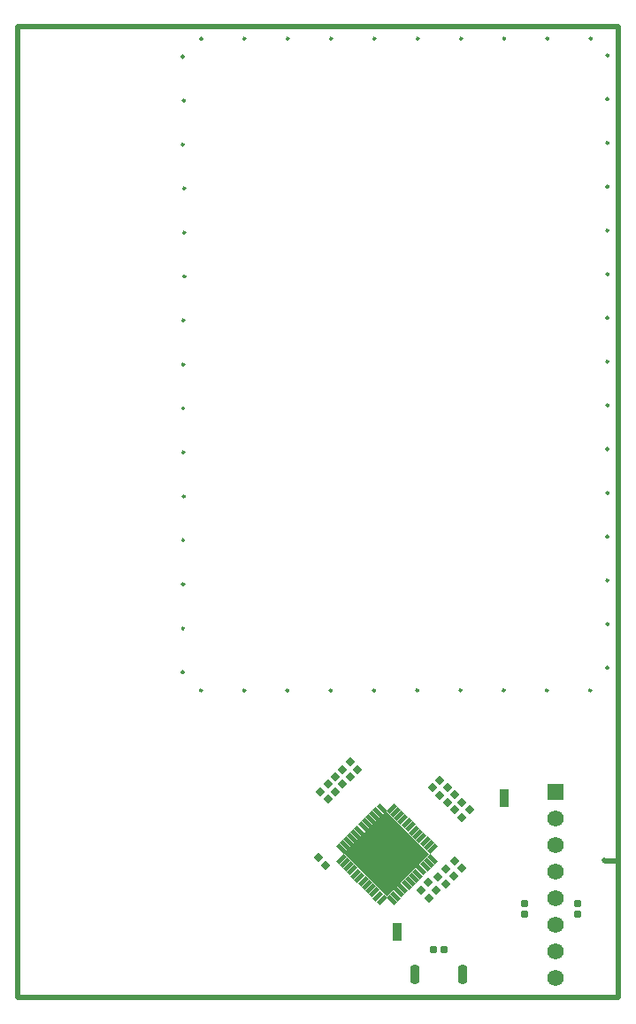
<source format=gts>
G04*
G04 #@! TF.GenerationSoftware,Altium Limited,Altium Designer,23.8.1 (32)*
G04*
G04 Layer_Color=8388736*
%FSLAX44Y44*%
%MOMM*%
G71*
G04*
G04 #@! TF.SameCoordinates,2FF213BD-71F3-435E-98A3-311B6935AF75*
G04*
G04*
G04 #@! TF.FilePolarity,Negative*
G04*
G01*
G75*
%ADD12C,0.2540*%
G04:AMPARAMS|DCode=23|XSize=0.4732mm|YSize=1.0632mm|CornerRadius=0.1354mm|HoleSize=0mm|Usage=FLASHONLY|Rotation=135.000|XOffset=0mm|YOffset=0mm|HoleType=Round|Shape=RoundedRectangle|*
%AMROUNDEDRECTD23*
21,1,0.4732,0.7925,0,0,135.0*
21,1,0.2025,1.0632,0,0,135.0*
1,1,0.2707,0.2086,0.3518*
1,1,0.2707,0.3518,0.2086*
1,1,0.2707,-0.2086,-0.3518*
1,1,0.2707,-0.3518,-0.2086*
%
%ADD23ROUNDEDRECTD23*%
G04:AMPARAMS|DCode=24|XSize=1.0632mm|YSize=0.4732mm|CornerRadius=0.1354mm|HoleSize=0mm|Usage=FLASHONLY|Rotation=135.000|XOffset=0mm|YOffset=0mm|HoleType=Round|Shape=RoundedRectangle|*
%AMROUNDEDRECTD24*
21,1,1.0632,0.2025,0,0,135.0*
21,1,0.7925,0.4732,0,0,135.0*
1,1,0.2707,-0.2086,0.3518*
1,1,0.2707,0.3518,-0.2086*
1,1,0.2707,0.2086,-0.3518*
1,1,0.2707,-0.3518,0.2086*
%
%ADD24ROUNDEDRECTD24*%
G04:AMPARAMS|DCode=25|XSize=5.8032mm|YSize=5.7032mm|CornerRadius=0mm|HoleSize=0mm|Usage=FLASHONLY|Rotation=135.000|XOffset=0mm|YOffset=0mm|HoleType=Round|Shape=Rectangle|*
%AMROTATEDRECTD25*
4,1,4,4.0681,-0.0354,0.0354,-4.0681,-4.0681,0.0354,-0.0354,4.0681,4.0681,-0.0354,0.0*
%
%ADD25ROTATEDRECTD25*%

G04:AMPARAMS|DCode=26|XSize=1.8032mm|YSize=0.9032mm|CornerRadius=0.2766mm|HoleSize=0mm|Usage=FLASHONLY|Rotation=90.000|XOffset=0mm|YOffset=0mm|HoleType=Round|Shape=RoundedRectangle|*
%AMROUNDEDRECTD26*
21,1,1.8032,0.3500,0,0,90.0*
21,1,1.2500,0.9032,0,0,90.0*
1,1,0.5532,0.1750,0.6250*
1,1,0.5532,0.1750,-0.6250*
1,1,0.5532,-0.1750,-0.6250*
1,1,0.5532,-0.1750,0.6250*
%
%ADD26ROUNDEDRECTD26*%
G04:AMPARAMS|DCode=27|XSize=0.7032mm|YSize=0.7032mm|CornerRadius=0.2266mm|HoleSize=0mm|Usage=FLASHONLY|Rotation=270.000|XOffset=0mm|YOffset=0mm|HoleType=Round|Shape=RoundedRectangle|*
%AMROUNDEDRECTD27*
21,1,0.7032,0.2500,0,0,270.0*
21,1,0.2500,0.7032,0,0,270.0*
1,1,0.4532,-0.1250,-0.1250*
1,1,0.4532,-0.1250,0.1250*
1,1,0.4532,0.1250,0.1250*
1,1,0.4532,0.1250,-0.1250*
%
%ADD27ROUNDEDRECTD27*%
G04:AMPARAMS|DCode=28|XSize=0.7032mm|YSize=0.7032mm|CornerRadius=0.2266mm|HoleSize=0mm|Usage=FLASHONLY|Rotation=45.000|XOffset=0mm|YOffset=0mm|HoleType=Round|Shape=RoundedRectangle|*
%AMROUNDEDRECTD28*
21,1,0.7032,0.2500,0,0,45.0*
21,1,0.2500,0.7032,0,0,45.0*
1,1,0.4532,0.1768,0.0000*
1,1,0.4532,0.0000,-0.1768*
1,1,0.4532,-0.1768,0.0000*
1,1,0.4532,0.0000,0.1768*
%
%ADD28ROUNDEDRECTD28*%
G04:AMPARAMS|DCode=29|XSize=0.7032mm|YSize=0.7032mm|CornerRadius=0.2266mm|HoleSize=0mm|Usage=FLASHONLY|Rotation=135.000|XOffset=0mm|YOffset=0mm|HoleType=Round|Shape=RoundedRectangle|*
%AMROUNDEDRECTD29*
21,1,0.7032,0.2500,0,0,135.0*
21,1,0.2500,0.7032,0,0,135.0*
1,1,0.4532,0.0000,0.1768*
1,1,0.4532,0.1768,0.0000*
1,1,0.4532,0.0000,-0.1768*
1,1,0.4532,-0.1768,0.0000*
%
%ADD29ROUNDEDRECTD29*%
G04:AMPARAMS|DCode=30|XSize=0.7032mm|YSize=0.7032mm|CornerRadius=0.2266mm|HoleSize=0mm|Usage=FLASHONLY|Rotation=180.000|XOffset=0mm|YOffset=0mm|HoleType=Round|Shape=RoundedRectangle|*
%AMROUNDEDRECTD30*
21,1,0.7032,0.2500,0,0,180.0*
21,1,0.2500,0.7032,0,0,180.0*
1,1,0.4532,-0.1250,0.1250*
1,1,0.4532,0.1250,0.1250*
1,1,0.4532,0.1250,-0.1250*
1,1,0.4532,-0.1250,-0.1250*
%
%ADD30ROUNDEDRECTD30*%
%ADD31R,0.8890X1.7780*%
%ADD32C,0.5000*%
%ADD33C,0.1500*%
%ADD34R,1.5732X1.5732*%
%ADD35C,1.5732*%
D12*
X164849Y861878D02*
G03*
X164849Y861878I-949J0D01*
G01*
X163849Y819857D02*
G03*
X163849Y819857I-949J0D01*
G01*
X165349Y777835D02*
G03*
X165349Y777835I-949J0D01*
G01*
Y735814D02*
G03*
X165349Y735814I-949J0D01*
G01*
Y693793D02*
G03*
X165349Y693793I-949J0D01*
G01*
X164349Y651771D02*
G03*
X164349Y651771I-949J0D01*
G01*
Y609750D02*
G03*
X164349Y609750I-949J0D01*
G01*
Y567728D02*
G03*
X164349Y567728I-949J0D01*
G01*
Y525707D02*
G03*
X164349Y525707I-949J0D01*
G01*
X164849Y483686D02*
G03*
X164849Y483686I-949J0D01*
G01*
X164349Y441664D02*
G03*
X164349Y441664I-949J0D01*
G01*
Y399643D02*
G03*
X164349Y399643I-949J0D01*
G01*
Y357621D02*
G03*
X164349Y357621I-949J0D01*
G01*
X163849Y315600D02*
G03*
X163849Y315600I-949J0D01*
G01*
X181393Y298200D02*
G03*
X181393Y298200I-949J0D01*
G01*
X222777D02*
G03*
X222777Y298200I-949J0D01*
G01*
X264161D02*
G03*
X264161Y298200I-949J0D01*
G01*
X305545D02*
G03*
X305545Y298200I-949J0D01*
G01*
X346929D02*
G03*
X346929Y298200I-949J0D01*
G01*
X388313D02*
G03*
X388313Y298200I-949J0D01*
G01*
X429697D02*
G03*
X429697Y298200I-949J0D01*
G01*
X471081D02*
G03*
X471081Y298200I-949J0D01*
G01*
X512465D02*
G03*
X512465Y298200I-949J0D01*
G01*
X553849D02*
G03*
X553849Y298200I-949J0D01*
G01*
X570349Y319681D02*
G03*
X570349Y319681I-949J0D01*
G01*
Y445128D02*
G03*
X570349Y445128I-949J0D01*
G01*
Y403312D02*
G03*
X570349Y403312I-949J0D01*
G01*
Y361497D02*
G03*
X570349Y361497I-949J0D01*
G01*
Y570575D02*
G03*
X570349Y570575I-949J0D01*
G01*
Y528759D02*
G03*
X570349Y528759I-949J0D01*
G01*
Y486944D02*
G03*
X570349Y486944I-949J0D01*
G01*
Y696022D02*
G03*
X570349Y696022I-949J0D01*
G01*
Y654206D02*
G03*
X570349Y654206I-949J0D01*
G01*
Y612390D02*
G03*
X570349Y612390I-949J0D01*
G01*
Y737837D02*
G03*
X570349Y737837I-949J0D01*
G01*
X181549Y921000D02*
G03*
X181549Y921000I-949J0D01*
G01*
X570349Y779653D02*
G03*
X570349Y779653I-949J0D01*
G01*
Y821469D02*
G03*
X570349Y821469I-949J0D01*
G01*
Y863284D02*
G03*
X570349Y863284I-949J0D01*
G01*
Y905100D02*
G03*
X570349Y905100I-949J0D01*
G01*
X471582Y921000D02*
G03*
X471582Y921000I-949J0D01*
G01*
X430149D02*
G03*
X430149Y921000I-949J0D01*
G01*
X388715D02*
G03*
X388715Y921000I-949J0D01*
G01*
X347282D02*
G03*
X347282Y921000I-949J0D01*
G01*
X264415D02*
G03*
X264415Y921000I-949J0D01*
G01*
X305849D02*
G03*
X305849Y921000I-949J0D01*
G01*
X554449D02*
G03*
X554449Y921000I-949J0D01*
G01*
X222982D02*
G03*
X222982Y921000I-949J0D01*
G01*
X513015D02*
G03*
X513015Y921000I-949J0D01*
G01*
X163849Y903900D02*
G03*
X163849Y903900I-949J0D01*
G01*
D23*
X402005Y146505D02*
D03*
X398469Y150041D02*
D03*
X394934Y153576D02*
D03*
X391398Y157112D02*
D03*
X387863Y160648D02*
D03*
X384327Y164183D02*
D03*
X380792Y167719D02*
D03*
X377256Y171254D02*
D03*
X373721Y174790D02*
D03*
X370185Y178325D02*
D03*
X366649Y181861D02*
D03*
X363114Y185396D02*
D03*
X314536Y136818D02*
D03*
X318071Y133282D02*
D03*
X321607Y129747D02*
D03*
X325142Y126211D02*
D03*
X328678Y122676D02*
D03*
X332213Y119140D02*
D03*
X335749Y115605D02*
D03*
X339284Y112069D02*
D03*
X342820Y108534D02*
D03*
X346356Y104998D02*
D03*
X349891Y101463D02*
D03*
X353427Y97927D02*
D03*
D24*
X363114D02*
D03*
X366649Y101463D02*
D03*
X370185Y104998D02*
D03*
X373721Y108534D02*
D03*
X377256Y112069D02*
D03*
X380792Y115605D02*
D03*
X384327Y119140D02*
D03*
X387863Y122676D02*
D03*
X391398Y126211D02*
D03*
X394934Y129747D02*
D03*
X398469Y133282D02*
D03*
X402005Y136818D02*
D03*
X353427Y185396D02*
D03*
X349891Y181861D02*
D03*
X346356Y178325D02*
D03*
X342820Y174790D02*
D03*
X339284Y171254D02*
D03*
X335749Y167719D02*
D03*
X332213Y164183D02*
D03*
X328678Y160648D02*
D03*
X325142Y157112D02*
D03*
X321607Y153576D02*
D03*
X318071Y150041D02*
D03*
X314536Y146505D02*
D03*
D25*
X358270Y141662D02*
D03*
D26*
X384830Y26831D02*
D03*
X431058D02*
D03*
D27*
X490080Y93987D02*
D03*
Y83987D02*
D03*
X541161D02*
D03*
Y93987D02*
D03*
D28*
X430297Y176681D02*
D03*
X437368Y183752D02*
D03*
X423226Y183752D02*
D03*
X430297Y190823D02*
D03*
X416155Y191190D02*
D03*
X423226Y198261D02*
D03*
X409084Y197894D02*
D03*
X416155Y204965D02*
D03*
X402013Y204965D02*
D03*
X409084Y212036D02*
D03*
X398533Y99907D02*
D03*
X405604Y106978D02*
D03*
X390959Y107307D02*
D03*
X398030Y114378D02*
D03*
D29*
X330222Y222643D02*
D03*
X323151Y229714D02*
D03*
X323151Y215572D02*
D03*
X316080Y222643D02*
D03*
X316080Y208501D02*
D03*
X309009Y215572D02*
D03*
Y201430D02*
D03*
X301937Y208501D02*
D03*
Y194359D02*
D03*
X294866Y201430D02*
D03*
X407435Y120173D02*
D03*
X414506Y113101D02*
D03*
X415200Y127671D02*
D03*
X422271Y120600D02*
D03*
X422948Y135129D02*
D03*
X430020Y128058D02*
D03*
X299636Y131165D02*
D03*
X292564Y138236D02*
D03*
D30*
X402944Y50119D02*
D03*
X412944D02*
D03*
D31*
X368239Y66983D02*
D03*
X470370Y195478D02*
D03*
D32*
X5080Y821281D02*
Y839831D01*
X134930Y932581D02*
X153480D01*
X246230D02*
X264780D01*
X5080Y543031D02*
Y561581D01*
Y431731D02*
Y450281D01*
Y338980D02*
Y357531D01*
Y301880D02*
Y320430D01*
X580131Y839831D02*
Y858381D01*
Y728531D02*
Y747081D01*
Y617231D02*
Y635781D01*
X23630Y5080D02*
X42180D01*
X580131Y505931D02*
Y524481D01*
X209130Y5080D02*
X227680D01*
X580131Y283330D02*
Y301880D01*
X5080Y914031D02*
Y932581D01*
X23630D02*
X42180D01*
X97830D02*
X116380D01*
X5080Y709981D02*
Y728531D01*
X227680Y932581D02*
X246230D01*
X5080Y598681D02*
Y617231D01*
X338980Y932581D02*
X357531D01*
X5080Y468831D02*
Y487381D01*
X450281Y932581D02*
X468831D01*
X5080Y283330D02*
Y301880D01*
Y246230D02*
Y264780D01*
X580131Y821281D02*
Y839831D01*
X5080Y153480D02*
Y172030D01*
X580131Y709981D02*
Y728531D01*
X190580Y5080D02*
X209130D01*
X580131Y357531D02*
Y376081D01*
X301880Y5080D02*
X320430D01*
X580131Y264780D02*
Y283330D01*
X394631Y5080D02*
X413181D01*
X580131Y190580D02*
Y209130D01*
Y134930D02*
Y153480D01*
Y116380D02*
Y134930D01*
X543031Y5080D02*
X561581D01*
X580131Y23630D02*
Y42180D01*
X42180Y932581D02*
X60730D01*
X5080Y802731D02*
Y821281D01*
Y691431D02*
Y709981D01*
X209130Y932581D02*
X227680D01*
X5080Y580131D02*
Y598681D01*
X320430Y932581D02*
X338980D01*
X431731D02*
X450281D01*
X5080Y376081D02*
Y394631D01*
X580131Y914031D02*
Y932581D01*
Y802731D02*
Y821281D01*
X5080Y134930D02*
Y153480D01*
X580131Y598681D02*
Y617231D01*
Y487381D02*
Y505931D01*
X134930Y5080D02*
X153480D01*
X580131Y376081D02*
Y394631D01*
X283330Y5080D02*
X301880D01*
X580131Y153480D02*
Y172030D01*
X524481Y5080D02*
X543031D01*
X580131D02*
Y23630D01*
X5080Y895481D02*
Y914031D01*
X79280Y932581D02*
X97830D01*
X5080Y784181D02*
Y802731D01*
Y672881D02*
Y691431D01*
X413181Y932581D02*
X431731D01*
X561581D02*
X580131D01*
X5080Y320430D02*
Y338980D01*
X580131Y691431D02*
Y709981D01*
X5080Y42180D02*
Y60730D01*
X580131Y580131D02*
Y598681D01*
X42180Y5080D02*
X60730D01*
X116380D02*
X134930D01*
X580131Y468831D02*
Y487381D01*
Y394631D02*
Y413181D01*
Y338980D02*
Y357531D01*
X376081Y5080D02*
X394631D01*
X431731D02*
X450281D01*
X566831Y134930D02*
X580131D01*
X487381Y5080D02*
X505931D01*
X5080Y876931D02*
Y895481D01*
X116380Y932581D02*
X134930D01*
X5080Y765631D02*
Y784181D01*
X190580Y932581D02*
X209130D01*
X301880D02*
X320430D01*
X5080Y561581D02*
Y580131D01*
Y487381D02*
Y505931D01*
Y413181D02*
Y431731D01*
Y357531D02*
Y376081D01*
X543031Y932581D02*
X561581D01*
X580131Y895481D02*
Y914031D01*
X5080Y264780D02*
Y283330D01*
X580131Y784181D02*
Y802731D01*
Y672881D02*
Y691431D01*
X5080Y60730D02*
Y79280D01*
Y5080D02*
Y23630D01*
Y5080D02*
X23630D01*
X580131Y561581D02*
Y580131D01*
X153480Y5080D02*
X172030D01*
X264780D02*
X283330D01*
X580131Y320430D02*
Y338980D01*
X468831Y5080D02*
X487381D01*
X566195Y135567D02*
X566831Y134930D01*
X580131Y42180D02*
Y60730D01*
X5080Y932581D02*
X23630D01*
X60730D02*
X79280D01*
X172030D02*
X190580D01*
X5080Y654331D02*
Y672881D01*
X283330Y932581D02*
X301880D01*
X5080Y524481D02*
Y543031D01*
X394631Y932581D02*
X413181D01*
X5080Y450281D02*
Y468831D01*
Y394631D02*
Y413181D01*
X524481Y932581D02*
X543031D01*
X580131Y876931D02*
Y895481D01*
Y765631D02*
Y784181D01*
X5080Y79280D02*
Y97830D01*
X580131Y654331D02*
Y672881D01*
X5080Y23630D02*
Y42180D01*
X580131Y450281D02*
Y468831D01*
X172030Y5080D02*
X190580D01*
X246230D02*
X264780D01*
X357531D02*
X376081D01*
X580131Y209130D02*
Y227680D01*
Y172030D02*
Y190580D01*
X450281Y5080D02*
X468831D01*
X566130Y135567D02*
X566195D01*
X580131Y79280D02*
Y97830D01*
X5080Y858381D02*
Y876931D01*
Y747081D02*
Y765631D01*
Y635781D02*
Y654331D01*
X264780Y932581D02*
X283330D01*
X376081D02*
X394631D01*
X487381D02*
X505931D01*
X580131Y858381D02*
Y876931D01*
X5080Y209130D02*
Y227680D01*
Y172030D02*
Y190580D01*
Y97830D02*
Y116380D01*
X580131Y543031D02*
Y561581D01*
X79280Y5080D02*
X97830D01*
X116380D01*
X580131Y431731D02*
Y450281D01*
X227680Y5080D02*
X246230D01*
X338980D02*
X357531D01*
X580131Y246230D02*
Y264780D01*
Y97830D02*
Y116380D01*
X561581Y5080D02*
X580131D01*
X5080Y839831D02*
Y858381D01*
X153480Y932581D02*
X172030D01*
X5080Y728531D02*
Y747081D01*
Y617231D02*
Y635781D01*
X357531Y932581D02*
X376081D01*
X5080Y505931D02*
Y524481D01*
X468831Y932581D02*
X487381D01*
X505931D02*
X524481D01*
X5080Y227680D02*
Y246230D01*
Y190580D02*
Y209130D01*
X580131Y747081D02*
Y765631D01*
X5080Y116380D02*
Y134930D01*
X580131Y635781D02*
Y654331D01*
X60730Y5080D02*
X79280D01*
X580131Y524481D02*
Y543031D01*
Y413181D02*
Y431731D01*
Y301880D02*
Y320430D01*
X320430Y5080D02*
X338980D01*
X580131Y227680D02*
Y246230D01*
X413181Y5080D02*
X431731D01*
X505931D02*
X524481D01*
X580131Y60730D02*
Y79280D01*
D33*
X520062Y23377D02*
X523363D01*
X516761D02*
X520062D01*
D34*
Y201177D02*
D03*
D35*
Y175777D02*
D03*
Y150377D02*
D03*
Y124977D02*
D03*
Y99577D02*
D03*
Y74177D02*
D03*
Y48777D02*
D03*
Y23377D02*
D03*
M02*

</source>
